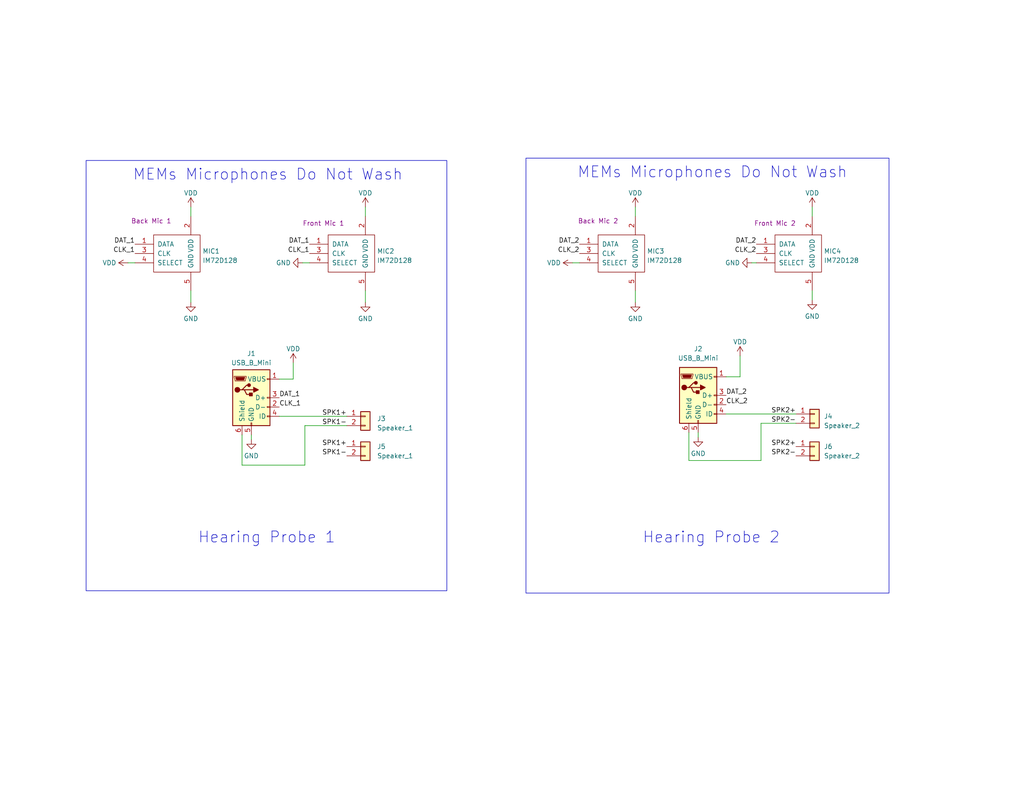
<source format=kicad_sch>
(kicad_sch (version 20250114) (generator "eeschema") (generator_version "9.0")
  (paper "A")
  (title_block (title "Hearing Probe Board") (rev "v0.1") (company "Flywheel Lab") (comment 1 "Desiged for Creare"))
  (lib_symbols
    (symbol "Connector:USB_B_Mini" (pin_names (offset 1.016))
      (property "Reference" "J" (at -5.08 11.43 0))
      (property "Value" "USB_B_Mini" (at -5.08 8.89 0))
      (symbol "USB_B_Mini_0_1"
        (rectangle (start -5.08 -7.62) (end 5.08 7.62) (stroke (width 0.254)) (fill (type background)))
        (polyline (pts (xy -4.699 5.842) (xy -4.699 5.588) (xy -4.445 4.826) (xy -4.445 4.572) (xy -1.651 4.572) (xy -1.651 4.826) (xy -1.397 5.588) (xy -1.397 5.842) (xy -4.699 5.842)))
        (polyline (pts (xy -4.318 5.588) (xy -1.778 5.588) (xy -2.032 4.826) (xy -4.064 4.826) (xy -4.318 5.588)) (fill (type outline)))
        (circle (center -3.81 2.159) (radius 0.635) (stroke (width 0.254)) (fill (type outline)))
        (polyline (pts (xy -3.175 2.159) (xy -2.54 2.159) (xy -1.27 3.429) (xy -0.635 3.429)) (stroke (width 0.254)))
        (polyline (pts (xy -2.54 2.159) (xy -1.905 2.159) (xy -1.27 0.889) (xy 0 0.889)) (stroke (width 0.254)))
        (polyline (pts (xy -1.905 2.159) (xy 0.635 2.159)) (stroke (width 0.254)))
        (circle (center -0.635 3.429) (radius 0.381) (stroke (width 0.254)) (fill (type outline)))
        (rectangle (start -0.127 -7.62) (end 0.127 -6.858))
        (rectangle (start 0.254 1.27) (end -0.508 0.508) (stroke (width 0.254)) (fill (type outline)))
        (polyline (pts (xy 0.635 2.794) (xy 0.635 1.524) (xy 1.905 2.159) (xy 0.635 2.794)) (stroke (width 0.254)) (fill (type outline)))
        (rectangle (start 5.08 4.953) (end 4.318 5.207))
        (rectangle (start 5.08 -0.127) (end 4.318 0.127))
        (rectangle (start 5.08 -2.667) (end 4.318 -2.413))
        (rectangle (start 5.08 -5.207) (end 4.318 -4.953))
      )
      (symbol "USB_B_Mini_1_1"
        (pin passive line (at -2.54 -10.16 90) (length 2.54) (name "Shield") (number "6"))
        (pin power_out line (at 0 -10.16 90) (length 2.54) (name "GND") (number "5"))
        (pin power_out line (at 7.62 5.08 180) (length 2.54) (name "VBUS") (number "1"))
        (pin bidirectional line (at 7.62 0 180) (length 2.54) (name "D+") (number "3"))
        (pin bidirectional line (at 7.62 -2.54 180) (length 2.54) (name "D-") (number "2"))
        (pin passive line (at 7.62 -5.08 180) (length 2.54) (name "ID") (number "4"))
      )
    )
    (symbol "Connector_Generic:Conn_01x02" (pin_names (offset 1.016) (hide yes))
      (property "Reference" "J" (at 0 2.54 0))
      (property "Value" "Conn_01x02" (at 0 -5.08 0))
      (symbol "Conn_01x02_1_1"
        (rectangle (start -1.27 1.27) (end 1.27 -3.81) (stroke (width 0.254)) (fill (type background)))
        (rectangle (start -1.27 0.127) (end 0 -0.127) (stroke (width 0.1524)))
        (rectangle (start -1.27 -2.413) (end 0 -2.667) (stroke (width 0.1524)))
        (pin passive line (at -5.08 0 0) (length 3.81) (name "Pin_1") (number "1"))
        (pin passive line (at -5.08 -2.54 0) (length 3.81) (name "Pin_2") (number "2"))
      )
    )
    (symbol "Flywheel_Library:IM72D128" (pin_names (offset 1.016))
      (property "Reference" "MIC" (at -6.35 5.08 0))
      (property "Value" "IM72D128" (at -5.08 -7.62 0))
      (symbol "IM72D128_0_1"
        (rectangle (start -8.89 3.81) (end 3.81 -6.35))
      )
      (symbol "IM72D128_1_1"
        (pin output line (at -13.97 1.27 0) (length 5.08) (name "DATA") (number "1"))
        (pin input line (at -13.97 -1.27 0) (length 5.08) (name "CLK") (number "3"))
        (pin input line (at -13.97 -3.81 0) (length 5.08) (name "SELECT") (number "4"))
        (pin power_in line (at 1.27 8.89 270) (length 5.08) (name "VDD") (number "2"))
        (pin power_in line (at 1.27 -11.43 90) (length 5.08) (name "GND") (number "5"))
      )
    )
    (symbol "power:GND" (power) (pin_names (offset 0))
      (property "Value" "GND" (at 0 -3.81 0))
      (symbol "GND_0_1"
        (polyline (pts (xy 0 0) (xy 0 -1.27) (xy 1.27 -1.27) (xy 0 -2.54) (xy -1.27 -1.27) (xy 0 -1.27)))
      )
      (symbol "GND_1_1"
        (pin power_in line (at 0 0 270) (length 0) (hide yes) (name "GND") (number "1"))
      )
    )
    (symbol "power:VDD" (power) (pin_names (offset 0))
      (property "Value" "VDD" (at 0 3.81 0))
      (symbol "VDD_0_1"
        (polyline (pts (xy -0.762 1.27) (xy 0 2.54)))
        (polyline (pts (xy 0 2.54) (xy 0.762 1.27)))
        (polyline (pts (xy 0 0) (xy 0 2.54)))
      )
      (symbol "VDD_1_1"
        (pin power_in line (at 0 0 90) (length 0) (hide yes) (name "VDD") (number "1"))
      )
    )
  )
  (rectangle (start 143.51 43.18) (end 242.57 161.925))
  (rectangle (start 23.495 43.815) (end 121.92 161.29))
  (text "MEMs Microphones Do Not Wash" (at 36.195 49.53 0) (effects (font (size 3 3)) (justify left bottom)))
  (text "MEMs Microphones Do Not Wash" (at 157.48 48.895 0) (effects (font (size 3 3)) (justify left bottom)))
  (text "Hearing Probe 2" (at 175.26 148.59 0) (effects (font (size 3 3)) (justify left bottom)))
  (text "Hearing Probe 1" (at 53.975 148.59 0) (effects (font (size 3 3)) (justify left bottom)))
  (wire (pts (xy 66.04 127) (xy 83.185 127)))
  (wire (pts (xy 187.96 118.11) (xy 187.96 125.73)))
  (wire (pts (xy 190.5 118.11) (xy 190.5 119.38)))
  (wire (pts (xy 68.58 118.745) (xy 68.58 120.015)))
  (wire (pts (xy 52.07 56.515) (xy 52.07 59.055)))
  (wire (pts (xy 66.04 118.745) (xy 66.04 127)))
  (wire (pts (xy 207.645 115.57) (xy 217.17 115.57)))
  (wire (pts (xy 207.645 125.73) (xy 207.645 115.57)))
  (wire (pts (xy 156.21 71.755) (xy 158.115 71.755)))
  (wire (pts (xy 80.01 99.06) (xy 80.01 103.505)))
  (wire (pts (xy 99.695 56.515) (xy 99.695 59.055)))
  (wire (pts (xy 198.12 102.87) (xy 201.93 102.87)))
  (wire (pts (xy 76.2 113.665) (xy 94.615 113.665)))
  (wire (pts (xy 173.355 79.375) (xy 173.355 82.55)))
  (wire (pts (xy 173.355 56.515) (xy 173.355 59.055)))
  (wire (pts (xy 187.96 125.73) (xy 207.645 125.73)))
  (wire (pts (xy 205.105 71.755) (xy 206.375 71.755)))
  (wire (pts (xy 94.615 116.205) (xy 83.185 116.205)))
  (wire (pts (xy 83.185 116.205) (xy 83.185 127)))
  (wire (pts (xy 99.695 79.375) (xy 99.695 82.55)))
  (wire (pts (xy 82.55 71.755) (xy 84.455 71.755)))
  (wire (pts (xy 198.12 113.03) (xy 217.17 113.03)))
  (wire (pts (xy 221.615 79.375) (xy 221.615 81.915)))
  (wire (pts (xy 76.2 103.505) (xy 80.01 103.505)))
  (wire (pts (xy 221.615 56.515) (xy 221.615 59.055)))
  (wire (pts (xy 201.93 97.155) (xy 201.93 102.87)))
  (wire (pts (xy 34.925 71.755) (xy 36.83 71.755)))
  (wire (pts (xy 52.07 79.375) (xy 52.07 82.55)))
  (label "SPK2+" (at 217.17 121.92 180))
  (label "CLK_2" (at 206.375 69.215 180))
  (label "CLK_2" (at 198.12 110.49 0))
  (label "SPK2-" (at 217.17 115.57 180))
  (label "DAT_2" (at 206.375 66.675 180))
  (label "DAT_2" (at 198.12 107.95 0))
  (label "SPK1+" (at 94.615 121.92 180))
  (label "SPK1-" (at 94.615 124.46 180))
  (label "DAT_1" (at 76.2 108.585 0))
  (label "SPK1+" (at 94.615 113.665 180))
  (label "SPK2-" (at 217.17 124.46 180))
  (label "DAT_2" (at 158.115 66.675 180))
  (label "SPK1-" (at 94.615 116.205 180))
  (label "SPK2+" (at 217.17 113.03 180))
  (label "CLK_1" (at 36.83 69.215 180))
  (label "CLK_2" (at 158.115 69.215 180))
  (label "CLK_1" (at 84.455 69.215 180))
  (label "CLK_1" (at 76.2 111.125 0))
  (label "DAT_1" (at 36.83 66.675 180))
  (label "DAT_1" (at 84.455 66.675 180))
  (symbol (lib_id "power:GND") (at 173.355 82.55 0) (unit 1)
    (property "Reference" "#PWR06" (effects (hide yes)))
    (property "Value" "GND" (at 173.355 86.995 0))
  )
  (symbol (lib_id "power:GND") (at 99.695 82.55 0) (unit 1)
    (property "Reference" "#PWR07" (effects (hide yes)))
    (property "Value" "GND" (at 99.695 86.995 0))
  )
  (symbol (lib_id "Flywheel_Library:IM72D128") (at 220.345 67.945 0) (unit 1)
    (property "Reference" "MIC4" (at 224.79 68.58 0) (effects (justify left)))
    (property "Value" "IM72D128" (at 224.79 71.12 0) (effects (justify left)))
    (property "Footprint" "Flywheel:IM69D130" (effects (hide yes)))
    (property "Position" "Front Mic 2" (at 211.455 60.96 0))
  )
  (symbol (lib_id "Connector_Generic:Conn_01x02") (at 222.25 113.03 0) (unit 1)
    (property "Reference" "J4" (at 224.79 113.665 0) (effects (justify left)))
    (property "Value" "Speaker_2" (at 224.79 116.205 0) (effects (justify left)))
    (property "Footprint" "Connector_PinHeader_2.54mm:PinHeader_1x02_P2.54mm_Vertical" (effects (hide yes)))
  )
  (symbol (lib_id "power:VDD") (at 52.07 56.515 0) (unit 1)
    (property "Reference" "#PWR09" (effects (hide yes)))
    (property "Value" "VDD" (at 52.07 52.705 0))
  )
  (symbol (lib_id "Connector_Generic:Conn_01x02") (at 99.695 113.665 0) (unit 1)
    (property "Reference" "J3" (at 102.87 114.3 0) (effects (justify left)))
    (property "Value" "Speaker_1" (at 102.87 116.84 0) (effects (justify left)))
    (property "Footprint" "Connector_PinHeader_2.54mm:PinHeader_1x02_P2.54mm_Vertical" (effects (hide yes)))
  )
  (symbol (lib_id "power:GND") (at 52.07 82.55 0) (unit 1)
    (property "Reference" "#PWR08" (effects (hide yes)))
    (property "Value" "GND" (at 52.07 86.995 0))
  )
  (symbol (lib_id "power:VDD") (at 173.355 56.515 0) (unit 1)
    (property "Reference" "#PWR011" (effects (hide yes)))
    (property "Value" "VDD" (at 173.355 52.705 0))
  )
  (symbol (lib_id "power:GND") (at 68.58 120.015 0) (unit 1)
    (property "Reference" "#PWR02" (effects (hide yes)))
    (property "Value" "GND" (at 68.58 124.46 0))
  )
  (symbol (lib_id "power:GND") (at 190.5 119.38 0) (unit 1)
    (property "Reference" "#PWR04" (effects (hide yes)))
    (property "Value" "GND" (at 190.5 123.825 0))
  )
  (symbol (lib_id "power:VDD") (at 201.93 97.155 0) (unit 1)
    (property "Reference" "#PWR03" (effects (hide yes)))
    (property "Value" "VDD" (at 201.93 93.345 0))
  )
  (symbol (lib_id "power:VDD") (at 221.615 56.515 0) (unit 1)
    (property "Reference" "#PWR012" (effects (hide yes)))
    (property "Value" "VDD" (at 221.615 52.705 0))
  )
  (symbol (lib_id "Connector_Generic:Conn_01x02") (at 222.25 121.92 0) (unit 1)
    (property "Reference" "J6" (at 224.79 121.9199 0) (effects (justify left)))
    (property "Value" "Speaker_2" (at 224.79 124.4599 0) (effects (justify left)))
    (property "Footprint" "Connector_PinHeader_2.00mm:PinHeader_1x02_P2.00mm_Vertical" (effects (hide yes)))
  )
  (symbol (lib_id "power:VDD") (at 34.925 71.755 90) (unit 1)
    (property "Reference" "#PWR013" (effects (hide yes)))
    (property "Value" "VDD" (at 29.845 71.755 90))
  )
  (symbol (lib_id "power:VDD") (at 80.01 99.06 0) (unit 1)
    (property "Reference" "#PWR01" (effects (hide yes)))
    (property "Value" "VDD" (at 80.01 95.25 0))
  )
  (symbol (lib_id "Connector:USB_B_Mini") (at 68.58 108.585 0) (unit 1)
    (property "Reference" "J1" (at 68.58 96.52 0))
    (property "Value" "USB_B_Mini" (at 68.58 99.06 0))
    (property "Footprint" "Flywheel:MOLEX_56579-0519" (effects (hide yes)))
  )
  (symbol (lib_id "power:GND") (at 221.615 81.915 0) (unit 1)
    (property "Reference" "#PWR05" (effects (hide yes)))
    (property "Value" "GND" (at 221.615 86.36 0))
  )
  (symbol (lib_id "power:VDD") (at 156.21 71.755 90) (unit 1)
    (property "Reference" "#PWR014" (effects (hide yes)))
    (property "Value" "VDD" (at 151.13 71.755 90))
  )
  (symbol (lib_id "Connector:USB_B_Mini") (at 190.5 107.95 0) (unit 1)
    (property "Reference" "J2" (at 190.5 95.25 0))
    (property "Value" "USB_B_Mini" (at 190.5 97.79 0))
    (property "Footprint" "Flywheel:MOLEX_56579-0519" (effects (hide yes)))
  )
  (symbol (lib_id "Flywheel_Library:IM72D128") (at 50.8 67.945 0) (unit 1)
    (property "Reference" "MIC1" (at 55.245 68.58 0) (effects (justify left)))
    (property "Value" "IM72D128" (at 55.245 71.12 0) (effects (justify left)))
    (property "Footprint" "Flywheel:IM69D130" (effects (hide yes)))
    (property "Position" "Back Mic 1" (at 41.275 60.325 0))
  )
  (symbol (lib_id "power:VDD") (at 99.695 56.515 0) (unit 1)
    (property "Reference" "#PWR010" (effects (hide yes)))
    (property "Value" "VDD" (at 99.695 52.705 0))
  )
  (symbol (lib_id "Connector_Generic:Conn_01x02") (at 99.695 121.92 0) (unit 1)
    (property "Reference" "J5" (at 102.87 121.9199 0) (effects (justify left)))
    (property "Value" "Speaker_1" (at 102.87 124.4599 0) (effects (justify left)))
    (property "Footprint" "Connector_PinHeader_2.00mm:PinHeader_1x02_P2.00mm_Vertical" (effects (hide yes)))
  )
  (symbol (lib_id "power:GND") (at 82.55 71.755 270) (unit 1)
    (property "Reference" "#PWR015" (effects (hide yes)))
    (property "Value" "GND" (at 79.375 71.755 90) (effects (justify right)))
  )
  (symbol (lib_id "Flywheel_Library:IM72D128") (at 172.085 67.945 0) (unit 1)
    (property "Reference" "MIC3" (at 176.53 68.58 0) (effects (justify left)))
    (property "Value" "IM72D128" (at 176.53 71.12 0) (effects (justify left)))
    (property "Footprint" "Flywheel:IM69D130" (effects (hide yes)))
    (property "Position" "Back Mic 2" (at 163.195 60.325 0))
  )
  (symbol (lib_id "Flywheel_Library:IM72D128") (at 98.425 67.945 0) (unit 1)
    (property "Reference" "MIC2" (at 102.87 68.58 0) (effects (justify left)))
    (property "Value" "IM72D128" (at 102.87 71.12 0) (effects (justify left)))
    (property "Footprint" "Flywheel:IM69D130" (effects (hide yes)))
    (property "Position" "Front Mic 1" (at 88.265 60.96 0))
  )
  (symbol (lib_id "power:GND") (at 205.105 71.755 270) (unit 1)
    (property "Reference" "#PWR016" (effects (hide yes)))
    (property "Value" "GND" (at 201.93 71.755 90) (effects (justify right)))
  )
)
</source>
